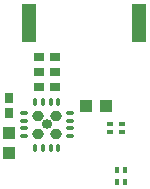
<source format=gtp>
G04 DipTrace 2.4.0.2*
%INlightning.gtp*%
%MOMM*%
%ADD17R,1.1X1.0*%
%ADD18R,1.0X1.1*%
%ADD19R,0.7X0.9*%
%ADD20R,0.9X0.7*%
%ADD27R,1.3X3.2*%
%ADD29R,0.4X0.5*%
%ADD31R,0.5X0.4*%
%ADD33O,0.86X0.85*%
%ADD35O,0.973X0.96*%
%ADD36O,0.35X0.8*%
%ADD37O,0.8X0.35*%
%FSLAX53Y53*%
G04*
G71*
G90*
G75*
G01*
%LNTopPaste*%
%LPD*%
D17*
X17731Y20168D3*
X19431D3*
D18*
X11285Y17843D3*
Y16143D3*
D19*
X11278Y19533D3*
Y20833D3*
D20*
X13803Y21756D3*
X15103D3*
X13803Y23026D3*
X15103D3*
D27*
X12978Y27153D3*
X22278D3*
D29*
X20405Y13762D3*
X21105D3*
Y14762D3*
X20405D3*
D31*
X20803Y17946D3*
Y18646D3*
X19803D3*
Y17946D3*
D20*
X15103Y24296D3*
X13803D3*
D33*
X14456Y18602D3*
D35*
X15230Y19340D3*
X13666Y19350D3*
X15220Y17807D3*
X13663Y17797D3*
D36*
X15428Y20531D3*
X14778D3*
X14128D3*
X13478D3*
D37*
X12503Y19556D3*
Y18906D3*
Y18256D3*
Y17606D3*
D36*
X13478Y16631D3*
X14128D3*
X14778D3*
X15428D3*
D37*
X16403Y17606D3*
Y18256D3*
Y18906D3*
Y19556D3*
M02*

</source>
